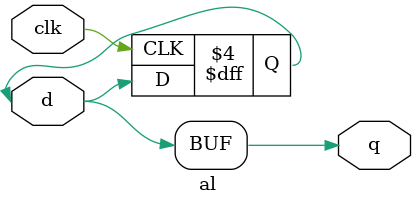
<source format=v>
module al(input clk,input d, output q);
always @(posedge clk)
  d<=q;

always @(clk)
  d<=q;

always @*
  d<=q;

endmodule

</source>
